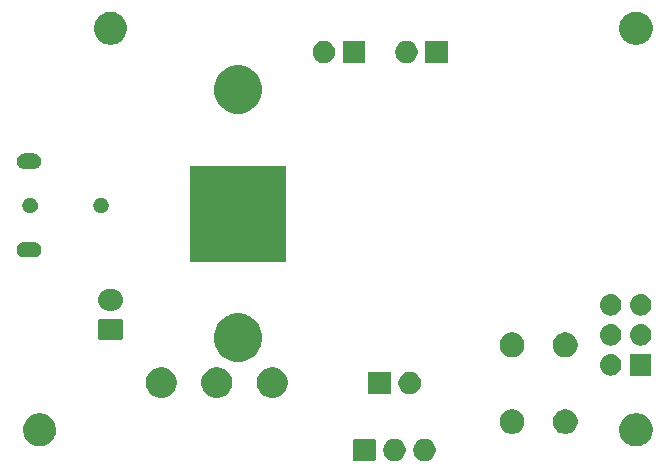
<source format=gbs>
G04 #@! TF.GenerationSoftware,KiCad,Pcbnew,(5.1.0)-1*
G04 #@! TF.CreationDate,2019-10-17T12:19:59+05:30*
G04 #@! TF.ProjectId,senseBe_rev4_main,73656e73-6542-4655-9f72-6576345f6d61,rev?*
G04 #@! TF.SameCoordinates,Original*
G04 #@! TF.FileFunction,Soldermask,Bot*
G04 #@! TF.FilePolarity,Negative*
%FSLAX46Y46*%
G04 Gerber Fmt 4.6, Leading zero omitted, Abs format (unit mm)*
G04 Created by KiCad (PCBNEW (5.1.0)-1) date 2019-10-17 12:19:59*
%MOMM*%
%LPD*%
G04 APERTURE LIST*
%ADD10C,0.100000*%
G04 APERTURE END LIST*
D10*
G36*
X41310723Y-47752939D02*
G01*
X41343280Y-47762815D01*
X41373276Y-47778848D01*
X41399572Y-47800428D01*
X41421152Y-47826724D01*
X41437185Y-47856720D01*
X41447061Y-47889277D01*
X41451000Y-47929269D01*
X41451000Y-49470731D01*
X41447061Y-49510723D01*
X41437185Y-49543280D01*
X41421152Y-49573276D01*
X41399572Y-49599572D01*
X41373276Y-49621152D01*
X41343280Y-49637185D01*
X41310723Y-49647061D01*
X41270731Y-49651000D01*
X39729269Y-49651000D01*
X39689277Y-49647061D01*
X39656720Y-49637185D01*
X39626724Y-49621152D01*
X39600428Y-49599572D01*
X39578848Y-49573276D01*
X39562815Y-49543280D01*
X39552939Y-49510723D01*
X39549000Y-49470731D01*
X39549000Y-47929269D01*
X39552939Y-47889277D01*
X39562815Y-47856720D01*
X39578848Y-47826724D01*
X39600428Y-47800428D01*
X39626724Y-47778848D01*
X39656720Y-47762815D01*
X39689277Y-47752939D01*
X39729269Y-47749000D01*
X41270731Y-47749000D01*
X41310723Y-47752939D01*
X41310723Y-47752939D01*
G37*
G36*
X43317395Y-47785546D02*
G01*
X43490466Y-47857234D01*
X43544121Y-47893085D01*
X43646227Y-47961310D01*
X43778690Y-48093773D01*
X43778691Y-48093775D01*
X43882766Y-48249534D01*
X43954454Y-48422605D01*
X43991000Y-48606333D01*
X43991000Y-48793667D01*
X43954454Y-48977395D01*
X43882766Y-49150466D01*
X43882765Y-49150467D01*
X43778690Y-49306227D01*
X43646227Y-49438690D01*
X43598274Y-49470731D01*
X43490466Y-49542766D01*
X43317395Y-49614454D01*
X43133667Y-49651000D01*
X42946333Y-49651000D01*
X42762605Y-49614454D01*
X42589534Y-49542766D01*
X42481726Y-49470731D01*
X42433773Y-49438690D01*
X42301310Y-49306227D01*
X42197235Y-49150467D01*
X42197234Y-49150466D01*
X42125546Y-48977395D01*
X42089000Y-48793667D01*
X42089000Y-48606333D01*
X42125546Y-48422605D01*
X42197234Y-48249534D01*
X42301309Y-48093775D01*
X42301310Y-48093773D01*
X42433773Y-47961310D01*
X42535879Y-47893085D01*
X42589534Y-47857234D01*
X42762605Y-47785546D01*
X42946333Y-47749000D01*
X43133667Y-47749000D01*
X43317395Y-47785546D01*
X43317395Y-47785546D01*
G37*
G36*
X45857395Y-47785546D02*
G01*
X46030466Y-47857234D01*
X46084121Y-47893085D01*
X46186227Y-47961310D01*
X46318690Y-48093773D01*
X46318691Y-48093775D01*
X46422766Y-48249534D01*
X46494454Y-48422605D01*
X46531000Y-48606333D01*
X46531000Y-48793667D01*
X46494454Y-48977395D01*
X46422766Y-49150466D01*
X46422765Y-49150467D01*
X46318690Y-49306227D01*
X46186227Y-49438690D01*
X46138274Y-49470731D01*
X46030466Y-49542766D01*
X45857395Y-49614454D01*
X45673667Y-49651000D01*
X45486333Y-49651000D01*
X45302605Y-49614454D01*
X45129534Y-49542766D01*
X45021726Y-49470731D01*
X44973773Y-49438690D01*
X44841310Y-49306227D01*
X44737235Y-49150467D01*
X44737234Y-49150466D01*
X44665546Y-48977395D01*
X44629000Y-48793667D01*
X44629000Y-48606333D01*
X44665546Y-48422605D01*
X44737234Y-48249534D01*
X44841309Y-48093775D01*
X44841310Y-48093773D01*
X44973773Y-47961310D01*
X45075879Y-47893085D01*
X45129534Y-47857234D01*
X45302605Y-47785546D01*
X45486333Y-47749000D01*
X45673667Y-47749000D01*
X45857395Y-47785546D01*
X45857395Y-47785546D01*
G37*
G36*
X13293972Y-45630027D02*
G01*
X13408657Y-45652839D01*
X13514267Y-45696585D01*
X13663621Y-45758449D01*
X13663622Y-45758450D01*
X13893086Y-45911772D01*
X14088228Y-46106914D01*
X14190675Y-46260237D01*
X14241551Y-46336379D01*
X14269359Y-46403514D01*
X14347161Y-46591343D01*
X14401000Y-46862014D01*
X14401000Y-47137986D01*
X14358630Y-47351000D01*
X14347161Y-47408656D01*
X14241551Y-47663621D01*
X14241550Y-47663622D01*
X14088228Y-47893086D01*
X13893086Y-48088228D01*
X13739763Y-48190675D01*
X13663621Y-48241551D01*
X13514267Y-48303415D01*
X13408657Y-48347161D01*
X13318433Y-48365107D01*
X13137988Y-48401000D01*
X12862012Y-48401000D01*
X12681567Y-48365107D01*
X12591343Y-48347161D01*
X12485733Y-48303415D01*
X12336379Y-48241551D01*
X12260237Y-48190675D01*
X12106914Y-48088228D01*
X11911772Y-47893086D01*
X11758450Y-47663622D01*
X11758449Y-47663621D01*
X11652839Y-47408656D01*
X11641371Y-47351000D01*
X11599000Y-47137986D01*
X11599000Y-46862014D01*
X11652839Y-46591343D01*
X11730641Y-46403514D01*
X11758449Y-46336379D01*
X11809325Y-46260237D01*
X11911772Y-46106914D01*
X12106914Y-45911772D01*
X12336378Y-45758450D01*
X12336379Y-45758449D01*
X12485733Y-45696585D01*
X12591343Y-45652839D01*
X12706028Y-45630027D01*
X12862012Y-45599000D01*
X13137988Y-45599000D01*
X13293972Y-45630027D01*
X13293972Y-45630027D01*
G37*
G36*
X63793972Y-45630027D02*
G01*
X63908657Y-45652839D01*
X64014267Y-45696585D01*
X64163621Y-45758449D01*
X64163622Y-45758450D01*
X64393086Y-45911772D01*
X64588228Y-46106914D01*
X64690675Y-46260237D01*
X64741551Y-46336379D01*
X64769359Y-46403514D01*
X64847161Y-46591343D01*
X64901000Y-46862014D01*
X64901000Y-47137986D01*
X64858630Y-47351000D01*
X64847161Y-47408656D01*
X64741551Y-47663621D01*
X64741550Y-47663622D01*
X64588228Y-47893086D01*
X64393086Y-48088228D01*
X64239763Y-48190675D01*
X64163621Y-48241551D01*
X64014267Y-48303415D01*
X63908657Y-48347161D01*
X63818433Y-48365107D01*
X63637988Y-48401000D01*
X63362012Y-48401000D01*
X63181567Y-48365107D01*
X63091343Y-48347161D01*
X62985733Y-48303415D01*
X62836379Y-48241551D01*
X62760237Y-48190675D01*
X62606914Y-48088228D01*
X62411772Y-47893086D01*
X62258450Y-47663622D01*
X62258449Y-47663621D01*
X62152839Y-47408656D01*
X62141371Y-47351000D01*
X62099000Y-47137986D01*
X62099000Y-46862014D01*
X62152839Y-46591343D01*
X62230641Y-46403514D01*
X62258449Y-46336379D01*
X62309325Y-46260237D01*
X62411772Y-46106914D01*
X62606914Y-45911772D01*
X62836378Y-45758450D01*
X62836379Y-45758449D01*
X62985733Y-45696585D01*
X63091343Y-45652839D01*
X63206028Y-45630027D01*
X63362012Y-45599000D01*
X63637988Y-45599000D01*
X63793972Y-45630027D01*
X63793972Y-45630027D01*
G37*
G36*
X53306564Y-45289389D02*
G01*
X53497833Y-45368615D01*
X53497835Y-45368616D01*
X53669973Y-45483635D01*
X53816365Y-45630027D01*
X53902175Y-45758450D01*
X53931385Y-45802167D01*
X54010611Y-45993436D01*
X54051000Y-46196484D01*
X54051000Y-46403516D01*
X54010611Y-46606564D01*
X53931385Y-46797833D01*
X53931384Y-46797835D01*
X53816365Y-46969973D01*
X53669973Y-47116365D01*
X53497835Y-47231384D01*
X53497834Y-47231385D01*
X53497833Y-47231385D01*
X53306564Y-47310611D01*
X53103516Y-47351000D01*
X52896484Y-47351000D01*
X52693436Y-47310611D01*
X52502167Y-47231385D01*
X52502166Y-47231385D01*
X52502165Y-47231384D01*
X52330027Y-47116365D01*
X52183635Y-46969973D01*
X52068616Y-46797835D01*
X52068615Y-46797833D01*
X51989389Y-46606564D01*
X51949000Y-46403516D01*
X51949000Y-46196484D01*
X51989389Y-45993436D01*
X52068615Y-45802167D01*
X52097826Y-45758450D01*
X52183635Y-45630027D01*
X52330027Y-45483635D01*
X52502165Y-45368616D01*
X52502167Y-45368615D01*
X52693436Y-45289389D01*
X52896484Y-45249000D01*
X53103516Y-45249000D01*
X53306564Y-45289389D01*
X53306564Y-45289389D01*
G37*
G36*
X57806564Y-45289389D02*
G01*
X57997833Y-45368615D01*
X57997835Y-45368616D01*
X58169973Y-45483635D01*
X58316365Y-45630027D01*
X58402175Y-45758450D01*
X58431385Y-45802167D01*
X58510611Y-45993436D01*
X58551000Y-46196484D01*
X58551000Y-46403516D01*
X58510611Y-46606564D01*
X58431385Y-46797833D01*
X58431384Y-46797835D01*
X58316365Y-46969973D01*
X58169973Y-47116365D01*
X57997835Y-47231384D01*
X57997834Y-47231385D01*
X57997833Y-47231385D01*
X57806564Y-47310611D01*
X57603516Y-47351000D01*
X57396484Y-47351000D01*
X57193436Y-47310611D01*
X57002167Y-47231385D01*
X57002166Y-47231385D01*
X57002165Y-47231384D01*
X56830027Y-47116365D01*
X56683635Y-46969973D01*
X56568616Y-46797835D01*
X56568615Y-46797833D01*
X56489389Y-46606564D01*
X56449000Y-46403516D01*
X56449000Y-46196484D01*
X56489389Y-45993436D01*
X56568615Y-45802167D01*
X56597826Y-45758450D01*
X56683635Y-45630027D01*
X56830027Y-45483635D01*
X57002165Y-45368616D01*
X57002167Y-45368615D01*
X57193436Y-45289389D01*
X57396484Y-45249000D01*
X57603516Y-45249000D01*
X57806564Y-45289389D01*
X57806564Y-45289389D01*
G37*
G36*
X28379487Y-41748996D02*
G01*
X28614804Y-41846468D01*
X28616255Y-41847069D01*
X28829339Y-41989447D01*
X29010553Y-42170661D01*
X29104532Y-42311310D01*
X29152932Y-42383747D01*
X29251004Y-42620513D01*
X29301000Y-42871861D01*
X29301000Y-43128139D01*
X29251004Y-43379487D01*
X29200892Y-43500467D01*
X29152931Y-43616255D01*
X29010553Y-43829339D01*
X28829339Y-44010553D01*
X28616255Y-44152931D01*
X28616254Y-44152932D01*
X28616253Y-44152932D01*
X28379487Y-44251004D01*
X28128139Y-44301000D01*
X27871861Y-44301000D01*
X27620513Y-44251004D01*
X27383747Y-44152932D01*
X27383746Y-44152932D01*
X27383745Y-44152931D01*
X27170661Y-44010553D01*
X26989447Y-43829339D01*
X26847069Y-43616255D01*
X26799108Y-43500467D01*
X26748996Y-43379487D01*
X26699000Y-43128139D01*
X26699000Y-42871861D01*
X26748996Y-42620513D01*
X26847068Y-42383747D01*
X26895469Y-42311310D01*
X26989447Y-42170661D01*
X27170661Y-41989447D01*
X27383745Y-41847069D01*
X27385196Y-41846468D01*
X27620513Y-41748996D01*
X27871861Y-41699000D01*
X28128139Y-41699000D01*
X28379487Y-41748996D01*
X28379487Y-41748996D01*
G37*
G36*
X23679487Y-41748996D02*
G01*
X23914804Y-41846468D01*
X23916255Y-41847069D01*
X24129339Y-41989447D01*
X24310553Y-42170661D01*
X24404532Y-42311310D01*
X24452932Y-42383747D01*
X24551004Y-42620513D01*
X24601000Y-42871861D01*
X24601000Y-43128139D01*
X24551004Y-43379487D01*
X24500892Y-43500467D01*
X24452931Y-43616255D01*
X24310553Y-43829339D01*
X24129339Y-44010553D01*
X23916255Y-44152931D01*
X23916254Y-44152932D01*
X23916253Y-44152932D01*
X23679487Y-44251004D01*
X23428139Y-44301000D01*
X23171861Y-44301000D01*
X22920513Y-44251004D01*
X22683747Y-44152932D01*
X22683746Y-44152932D01*
X22683745Y-44152931D01*
X22470661Y-44010553D01*
X22289447Y-43829339D01*
X22147069Y-43616255D01*
X22099108Y-43500467D01*
X22048996Y-43379487D01*
X21999000Y-43128139D01*
X21999000Y-42871861D01*
X22048996Y-42620513D01*
X22147068Y-42383747D01*
X22195469Y-42311310D01*
X22289447Y-42170661D01*
X22470661Y-41989447D01*
X22683745Y-41847069D01*
X22685196Y-41846468D01*
X22920513Y-41748996D01*
X23171861Y-41699000D01*
X23428139Y-41699000D01*
X23679487Y-41748996D01*
X23679487Y-41748996D01*
G37*
G36*
X33079487Y-41748996D02*
G01*
X33314804Y-41846468D01*
X33316255Y-41847069D01*
X33529339Y-41989447D01*
X33710553Y-42170661D01*
X33804532Y-42311310D01*
X33852932Y-42383747D01*
X33951004Y-42620513D01*
X34001000Y-42871861D01*
X34001000Y-43128139D01*
X33951004Y-43379487D01*
X33900892Y-43500467D01*
X33852931Y-43616255D01*
X33710553Y-43829339D01*
X33529339Y-44010553D01*
X33316255Y-44152931D01*
X33316254Y-44152932D01*
X33316253Y-44152932D01*
X33079487Y-44251004D01*
X32828139Y-44301000D01*
X32571861Y-44301000D01*
X32320513Y-44251004D01*
X32083747Y-44152932D01*
X32083746Y-44152932D01*
X32083745Y-44152931D01*
X31870661Y-44010553D01*
X31689447Y-43829339D01*
X31547069Y-43616255D01*
X31499108Y-43500467D01*
X31448996Y-43379487D01*
X31399000Y-43128139D01*
X31399000Y-42871861D01*
X31448996Y-42620513D01*
X31547068Y-42383747D01*
X31595469Y-42311310D01*
X31689447Y-42170661D01*
X31870661Y-41989447D01*
X32083745Y-41847069D01*
X32085196Y-41846468D01*
X32320513Y-41748996D01*
X32571861Y-41699000D01*
X32828139Y-41699000D01*
X33079487Y-41748996D01*
X33079487Y-41748996D01*
G37*
G36*
X42751000Y-44001000D02*
G01*
X40849000Y-44001000D01*
X40849000Y-42099000D01*
X42751000Y-42099000D01*
X42751000Y-44001000D01*
X42751000Y-44001000D01*
G37*
G36*
X44617395Y-42135546D02*
G01*
X44790466Y-42207234D01*
X44790467Y-42207235D01*
X44946227Y-42311310D01*
X45078690Y-42443773D01*
X45078691Y-42443775D01*
X45182766Y-42599534D01*
X45254454Y-42772605D01*
X45291000Y-42956333D01*
X45291000Y-43143667D01*
X45254454Y-43327395D01*
X45182766Y-43500466D01*
X45182765Y-43500467D01*
X45078690Y-43656227D01*
X44946227Y-43788690D01*
X44885391Y-43829339D01*
X44790466Y-43892766D01*
X44617395Y-43964454D01*
X44433667Y-44001000D01*
X44246333Y-44001000D01*
X44062605Y-43964454D01*
X43889534Y-43892766D01*
X43794609Y-43829339D01*
X43733773Y-43788690D01*
X43601310Y-43656227D01*
X43497235Y-43500467D01*
X43497234Y-43500466D01*
X43425546Y-43327395D01*
X43389000Y-43143667D01*
X43389000Y-42956333D01*
X43425546Y-42772605D01*
X43497234Y-42599534D01*
X43601309Y-42443775D01*
X43601310Y-42443773D01*
X43733773Y-42311310D01*
X43889533Y-42207235D01*
X43889534Y-42207234D01*
X44062605Y-42135546D01*
X44246333Y-42099000D01*
X44433667Y-42099000D01*
X44617395Y-42135546D01*
X44617395Y-42135546D01*
G37*
G36*
X64801000Y-42401000D02*
G01*
X62999000Y-42401000D01*
X62999000Y-40599000D01*
X64801000Y-40599000D01*
X64801000Y-42401000D01*
X64801000Y-42401000D01*
G37*
G36*
X61470443Y-40605519D02*
G01*
X61536627Y-40612037D01*
X61706466Y-40663557D01*
X61862991Y-40747222D01*
X61898729Y-40776552D01*
X62000186Y-40859814D01*
X62083448Y-40961271D01*
X62112778Y-40997009D01*
X62196443Y-41153534D01*
X62247963Y-41323373D01*
X62265359Y-41500000D01*
X62247963Y-41676627D01*
X62196443Y-41846466D01*
X62112778Y-42002991D01*
X62083448Y-42038729D01*
X62000186Y-42140186D01*
X61918485Y-42207235D01*
X61862991Y-42252778D01*
X61706466Y-42336443D01*
X61536627Y-42387963D01*
X61470443Y-42394481D01*
X61404260Y-42401000D01*
X61315740Y-42401000D01*
X61249557Y-42394481D01*
X61183373Y-42387963D01*
X61013534Y-42336443D01*
X60857009Y-42252778D01*
X60801515Y-42207235D01*
X60719814Y-42140186D01*
X60636552Y-42038729D01*
X60607222Y-42002991D01*
X60523557Y-41846466D01*
X60472037Y-41676627D01*
X60454641Y-41500000D01*
X60472037Y-41323373D01*
X60523557Y-41153534D01*
X60607222Y-40997009D01*
X60636552Y-40961271D01*
X60719814Y-40859814D01*
X60821271Y-40776552D01*
X60857009Y-40747222D01*
X61013534Y-40663557D01*
X61183373Y-40612037D01*
X61249557Y-40605519D01*
X61315740Y-40599000D01*
X61404260Y-40599000D01*
X61470443Y-40605519D01*
X61470443Y-40605519D01*
G37*
G36*
X30398254Y-37227818D02*
G01*
X30623215Y-37321000D01*
X30771513Y-37382427D01*
X31107436Y-37606884D01*
X31393116Y-37892564D01*
X31547462Y-38123558D01*
X31617574Y-38228489D01*
X31772182Y-38601746D01*
X31851000Y-38997993D01*
X31851000Y-39402007D01*
X31772182Y-39798254D01*
X31728581Y-39903516D01*
X31617573Y-40171513D01*
X31393116Y-40507436D01*
X31107436Y-40793116D01*
X30771513Y-41017573D01*
X30771512Y-41017574D01*
X30771511Y-41017574D01*
X30398254Y-41172182D01*
X30002007Y-41251000D01*
X29597993Y-41251000D01*
X29201746Y-41172182D01*
X28828489Y-41017574D01*
X28828488Y-41017574D01*
X28828487Y-41017573D01*
X28492564Y-40793116D01*
X28206884Y-40507436D01*
X27982427Y-40171513D01*
X27871419Y-39903516D01*
X27827818Y-39798254D01*
X27749000Y-39402007D01*
X27749000Y-38997993D01*
X27827818Y-38601746D01*
X27982426Y-38228489D01*
X28052539Y-38123558D01*
X28206884Y-37892564D01*
X28492564Y-37606884D01*
X28828487Y-37382427D01*
X28976785Y-37321000D01*
X29201746Y-37227818D01*
X29597993Y-37149000D01*
X30002007Y-37149000D01*
X30398254Y-37227818D01*
X30398254Y-37227818D01*
G37*
G36*
X57806564Y-38789389D02*
G01*
X57997833Y-38868615D01*
X57997835Y-38868616D01*
X58169973Y-38983635D01*
X58316365Y-39130027D01*
X58375212Y-39218097D01*
X58431385Y-39302167D01*
X58510611Y-39493436D01*
X58551000Y-39696484D01*
X58551000Y-39903516D01*
X58510611Y-40106564D01*
X58483709Y-40171511D01*
X58431384Y-40297835D01*
X58316365Y-40469973D01*
X58169973Y-40616365D01*
X57997835Y-40731384D01*
X57997834Y-40731385D01*
X57997833Y-40731385D01*
X57806564Y-40810611D01*
X57603516Y-40851000D01*
X57396484Y-40851000D01*
X57193436Y-40810611D01*
X57002167Y-40731385D01*
X57002166Y-40731385D01*
X57002165Y-40731384D01*
X56830027Y-40616365D01*
X56683635Y-40469973D01*
X56568616Y-40297835D01*
X56516291Y-40171511D01*
X56489389Y-40106564D01*
X56449000Y-39903516D01*
X56449000Y-39696484D01*
X56489389Y-39493436D01*
X56568615Y-39302167D01*
X56624789Y-39218097D01*
X56683635Y-39130027D01*
X56830027Y-38983635D01*
X57002165Y-38868616D01*
X57002167Y-38868615D01*
X57193436Y-38789389D01*
X57396484Y-38749000D01*
X57603516Y-38749000D01*
X57806564Y-38789389D01*
X57806564Y-38789389D01*
G37*
G36*
X53306564Y-38789389D02*
G01*
X53497833Y-38868615D01*
X53497835Y-38868616D01*
X53669973Y-38983635D01*
X53816365Y-39130027D01*
X53875212Y-39218097D01*
X53931385Y-39302167D01*
X54010611Y-39493436D01*
X54051000Y-39696484D01*
X54051000Y-39903516D01*
X54010611Y-40106564D01*
X53983709Y-40171511D01*
X53931384Y-40297835D01*
X53816365Y-40469973D01*
X53669973Y-40616365D01*
X53497835Y-40731384D01*
X53497834Y-40731385D01*
X53497833Y-40731385D01*
X53306564Y-40810611D01*
X53103516Y-40851000D01*
X52896484Y-40851000D01*
X52693436Y-40810611D01*
X52502167Y-40731385D01*
X52502166Y-40731385D01*
X52502165Y-40731384D01*
X52330027Y-40616365D01*
X52183635Y-40469973D01*
X52068616Y-40297835D01*
X52016291Y-40171511D01*
X51989389Y-40106564D01*
X51949000Y-39903516D01*
X51949000Y-39696484D01*
X51989389Y-39493436D01*
X52068615Y-39302167D01*
X52124789Y-39218097D01*
X52183635Y-39130027D01*
X52330027Y-38983635D01*
X52502165Y-38868616D01*
X52502167Y-38868615D01*
X52693436Y-38789389D01*
X52896484Y-38749000D01*
X53103516Y-38749000D01*
X53306564Y-38789389D01*
X53306564Y-38789389D01*
G37*
G36*
X61470442Y-38065518D02*
G01*
X61536627Y-38072037D01*
X61706466Y-38123557D01*
X61862991Y-38207222D01*
X61888902Y-38228487D01*
X62000186Y-38319814D01*
X62083448Y-38421271D01*
X62112778Y-38457009D01*
X62196443Y-38613534D01*
X62247963Y-38783373D01*
X62265359Y-38960000D01*
X62247963Y-39136627D01*
X62196443Y-39306466D01*
X62112778Y-39462991D01*
X62087793Y-39493435D01*
X62000186Y-39600186D01*
X61898729Y-39683448D01*
X61862991Y-39712778D01*
X61706466Y-39796443D01*
X61536627Y-39847963D01*
X61470442Y-39854482D01*
X61404260Y-39861000D01*
X61315740Y-39861000D01*
X61249558Y-39854482D01*
X61183373Y-39847963D01*
X61013534Y-39796443D01*
X60857009Y-39712778D01*
X60821271Y-39683448D01*
X60719814Y-39600186D01*
X60632207Y-39493435D01*
X60607222Y-39462991D01*
X60523557Y-39306466D01*
X60472037Y-39136627D01*
X60454641Y-38960000D01*
X60472037Y-38783373D01*
X60523557Y-38613534D01*
X60607222Y-38457009D01*
X60636552Y-38421271D01*
X60719814Y-38319814D01*
X60831098Y-38228487D01*
X60857009Y-38207222D01*
X61013534Y-38123557D01*
X61183373Y-38072037D01*
X61249558Y-38065518D01*
X61315740Y-38059000D01*
X61404260Y-38059000D01*
X61470442Y-38065518D01*
X61470442Y-38065518D01*
G37*
G36*
X64010442Y-38065518D02*
G01*
X64076627Y-38072037D01*
X64246466Y-38123557D01*
X64402991Y-38207222D01*
X64428902Y-38228487D01*
X64540186Y-38319814D01*
X64623448Y-38421271D01*
X64652778Y-38457009D01*
X64736443Y-38613534D01*
X64787963Y-38783373D01*
X64805359Y-38960000D01*
X64787963Y-39136627D01*
X64736443Y-39306466D01*
X64652778Y-39462991D01*
X64627793Y-39493435D01*
X64540186Y-39600186D01*
X64438729Y-39683448D01*
X64402991Y-39712778D01*
X64246466Y-39796443D01*
X64076627Y-39847963D01*
X64010442Y-39854482D01*
X63944260Y-39861000D01*
X63855740Y-39861000D01*
X63789558Y-39854482D01*
X63723373Y-39847963D01*
X63553534Y-39796443D01*
X63397009Y-39712778D01*
X63361271Y-39683448D01*
X63259814Y-39600186D01*
X63172207Y-39493435D01*
X63147222Y-39462991D01*
X63063557Y-39306466D01*
X63012037Y-39136627D01*
X62994641Y-38960000D01*
X63012037Y-38783373D01*
X63063557Y-38613534D01*
X63147222Y-38457009D01*
X63176552Y-38421271D01*
X63259814Y-38319814D01*
X63371098Y-38228487D01*
X63397009Y-38207222D01*
X63553534Y-38123557D01*
X63723373Y-38072037D01*
X63789558Y-38065518D01*
X63855740Y-38059000D01*
X63944260Y-38059000D01*
X64010442Y-38065518D01*
X64010442Y-38065518D01*
G37*
G36*
X19908600Y-37602989D02*
G01*
X19941652Y-37613015D01*
X19972103Y-37629292D01*
X19998799Y-37651201D01*
X20020708Y-37677897D01*
X20036985Y-37708348D01*
X20047011Y-37741400D01*
X20051000Y-37781903D01*
X20051000Y-39218097D01*
X20047011Y-39258600D01*
X20036985Y-39291652D01*
X20020708Y-39322103D01*
X19998799Y-39348799D01*
X19972103Y-39370708D01*
X19941652Y-39386985D01*
X19908600Y-39397011D01*
X19868097Y-39401000D01*
X18131903Y-39401000D01*
X18091400Y-39397011D01*
X18058348Y-39386985D01*
X18027897Y-39370708D01*
X18001201Y-39348799D01*
X17979292Y-39322103D01*
X17963015Y-39291652D01*
X17952989Y-39258600D01*
X17949000Y-39218097D01*
X17949000Y-37781903D01*
X17952989Y-37741400D01*
X17963015Y-37708348D01*
X17979292Y-37677897D01*
X18001201Y-37651201D01*
X18027897Y-37629292D01*
X18058348Y-37613015D01*
X18091400Y-37602989D01*
X18131903Y-37599000D01*
X19868097Y-37599000D01*
X19908600Y-37602989D01*
X19908600Y-37602989D01*
G37*
G36*
X64010443Y-35525519D02*
G01*
X64076627Y-35532037D01*
X64246466Y-35583557D01*
X64402991Y-35667222D01*
X64438729Y-35696552D01*
X64540186Y-35779814D01*
X64623448Y-35881271D01*
X64652778Y-35917009D01*
X64736443Y-36073534D01*
X64787963Y-36243373D01*
X64805359Y-36420000D01*
X64787963Y-36596627D01*
X64736443Y-36766466D01*
X64652778Y-36922991D01*
X64623448Y-36958729D01*
X64540186Y-37060186D01*
X64438729Y-37143448D01*
X64402991Y-37172778D01*
X64246466Y-37256443D01*
X64076627Y-37307963D01*
X64010442Y-37314482D01*
X63944260Y-37321000D01*
X63855740Y-37321000D01*
X63789558Y-37314482D01*
X63723373Y-37307963D01*
X63553534Y-37256443D01*
X63397009Y-37172778D01*
X63361271Y-37143448D01*
X63259814Y-37060186D01*
X63176552Y-36958729D01*
X63147222Y-36922991D01*
X63063557Y-36766466D01*
X63012037Y-36596627D01*
X62994641Y-36420000D01*
X63012037Y-36243373D01*
X63063557Y-36073534D01*
X63147222Y-35917009D01*
X63176552Y-35881271D01*
X63259814Y-35779814D01*
X63361271Y-35696552D01*
X63397009Y-35667222D01*
X63553534Y-35583557D01*
X63723373Y-35532037D01*
X63789557Y-35525519D01*
X63855740Y-35519000D01*
X63944260Y-35519000D01*
X64010443Y-35525519D01*
X64010443Y-35525519D01*
G37*
G36*
X61470443Y-35525519D02*
G01*
X61536627Y-35532037D01*
X61706466Y-35583557D01*
X61862991Y-35667222D01*
X61898729Y-35696552D01*
X62000186Y-35779814D01*
X62083448Y-35881271D01*
X62112778Y-35917009D01*
X62196443Y-36073534D01*
X62247963Y-36243373D01*
X62265359Y-36420000D01*
X62247963Y-36596627D01*
X62196443Y-36766466D01*
X62112778Y-36922991D01*
X62083448Y-36958729D01*
X62000186Y-37060186D01*
X61898729Y-37143448D01*
X61862991Y-37172778D01*
X61706466Y-37256443D01*
X61536627Y-37307963D01*
X61470442Y-37314482D01*
X61404260Y-37321000D01*
X61315740Y-37321000D01*
X61249558Y-37314482D01*
X61183373Y-37307963D01*
X61013534Y-37256443D01*
X60857009Y-37172778D01*
X60821271Y-37143448D01*
X60719814Y-37060186D01*
X60636552Y-36958729D01*
X60607222Y-36922991D01*
X60523557Y-36766466D01*
X60472037Y-36596627D01*
X60454641Y-36420000D01*
X60472037Y-36243373D01*
X60523557Y-36073534D01*
X60607222Y-35917009D01*
X60636552Y-35881271D01*
X60719814Y-35779814D01*
X60821271Y-35696552D01*
X60857009Y-35667222D01*
X61013534Y-35583557D01*
X61183373Y-35532037D01*
X61249557Y-35525519D01*
X61315740Y-35519000D01*
X61404260Y-35519000D01*
X61470443Y-35525519D01*
X61470443Y-35525519D01*
G37*
G36*
X19260442Y-35105518D02*
G01*
X19326627Y-35112037D01*
X19496466Y-35163557D01*
X19652991Y-35247222D01*
X19688729Y-35276552D01*
X19790186Y-35359814D01*
X19873448Y-35461271D01*
X19902778Y-35497009D01*
X19986443Y-35653534D01*
X20037963Y-35823373D01*
X20055359Y-36000000D01*
X20037963Y-36176627D01*
X19986443Y-36346466D01*
X19902778Y-36502991D01*
X19873448Y-36538729D01*
X19790186Y-36640186D01*
X19688729Y-36723448D01*
X19652991Y-36752778D01*
X19496466Y-36836443D01*
X19326627Y-36887963D01*
X19260443Y-36894481D01*
X19194260Y-36901000D01*
X18805740Y-36901000D01*
X18739557Y-36894481D01*
X18673373Y-36887963D01*
X18503534Y-36836443D01*
X18347009Y-36752778D01*
X18311271Y-36723448D01*
X18209814Y-36640186D01*
X18126552Y-36538729D01*
X18097222Y-36502991D01*
X18013557Y-36346466D01*
X17962037Y-36176627D01*
X17944641Y-36000000D01*
X17962037Y-35823373D01*
X18013557Y-35653534D01*
X18097222Y-35497009D01*
X18126552Y-35461271D01*
X18209814Y-35359814D01*
X18311271Y-35276552D01*
X18347009Y-35247222D01*
X18503534Y-35163557D01*
X18673373Y-35112037D01*
X18739558Y-35105518D01*
X18805740Y-35099000D01*
X19194260Y-35099000D01*
X19260442Y-35105518D01*
X19260442Y-35105518D01*
G37*
G36*
X33851000Y-32751000D02*
G01*
X25749000Y-32751000D01*
X25749000Y-24649000D01*
X33851000Y-24649000D01*
X33851000Y-32751000D01*
X33851000Y-32751000D01*
G37*
G36*
X12627004Y-31111508D02*
G01*
X12749127Y-31148553D01*
X12861676Y-31208712D01*
X12960327Y-31289672D01*
X13041287Y-31388323D01*
X13101446Y-31500872D01*
X13138491Y-31622995D01*
X13151000Y-31749999D01*
X13151000Y-31750001D01*
X13138491Y-31877005D01*
X13101446Y-31999128D01*
X13041287Y-32111677D01*
X12960327Y-32210328D01*
X12861676Y-32291288D01*
X12749127Y-32351447D01*
X12627004Y-32388492D01*
X12500000Y-32401001D01*
X11700000Y-32401001D01*
X11572996Y-32388492D01*
X11450873Y-32351447D01*
X11338324Y-32291288D01*
X11239673Y-32210328D01*
X11158713Y-32111677D01*
X11098554Y-31999128D01*
X11061509Y-31877005D01*
X11049000Y-31750001D01*
X11049000Y-31749999D01*
X11061509Y-31622995D01*
X11098554Y-31500872D01*
X11158713Y-31388323D01*
X11239673Y-31289672D01*
X11338324Y-31208712D01*
X11450873Y-31148553D01*
X11572996Y-31111508D01*
X11700000Y-31098999D01*
X12500000Y-31098999D01*
X12627004Y-31111508D01*
X12627004Y-31111508D01*
G37*
G36*
X18389890Y-27374017D02*
G01*
X18508364Y-27423091D01*
X18614988Y-27494335D01*
X18705665Y-27585012D01*
X18776909Y-27691636D01*
X18825983Y-27810110D01*
X18851000Y-27935882D01*
X18851000Y-28064118D01*
X18825983Y-28189890D01*
X18776909Y-28308364D01*
X18705665Y-28414988D01*
X18614988Y-28505665D01*
X18508364Y-28576909D01*
X18508363Y-28576910D01*
X18508362Y-28576910D01*
X18389890Y-28625983D01*
X18264119Y-28651000D01*
X18135881Y-28651000D01*
X18010110Y-28625983D01*
X17891638Y-28576910D01*
X17891637Y-28576910D01*
X17891636Y-28576909D01*
X17785012Y-28505665D01*
X17694335Y-28414988D01*
X17623091Y-28308364D01*
X17574017Y-28189890D01*
X17549000Y-28064118D01*
X17549000Y-27935882D01*
X17574017Y-27810110D01*
X17623091Y-27691636D01*
X17694335Y-27585012D01*
X17785012Y-27494335D01*
X17891636Y-27423091D01*
X18010110Y-27374017D01*
X18135881Y-27349000D01*
X18264119Y-27349000D01*
X18389890Y-27374017D01*
X18389890Y-27374017D01*
G37*
G36*
X12389890Y-27374017D02*
G01*
X12508364Y-27423091D01*
X12614988Y-27494335D01*
X12705665Y-27585012D01*
X12776909Y-27691636D01*
X12825983Y-27810110D01*
X12851000Y-27935882D01*
X12851000Y-28064118D01*
X12825983Y-28189890D01*
X12776909Y-28308364D01*
X12705665Y-28414988D01*
X12614988Y-28505665D01*
X12508364Y-28576909D01*
X12508363Y-28576910D01*
X12508362Y-28576910D01*
X12389890Y-28625983D01*
X12264119Y-28651000D01*
X12135881Y-28651000D01*
X12010110Y-28625983D01*
X11891638Y-28576910D01*
X11891637Y-28576910D01*
X11891636Y-28576909D01*
X11785012Y-28505665D01*
X11694335Y-28414988D01*
X11623091Y-28308364D01*
X11574017Y-28189890D01*
X11549000Y-28064118D01*
X11549000Y-27935882D01*
X11574017Y-27810110D01*
X11623091Y-27691636D01*
X11694335Y-27585012D01*
X11785012Y-27494335D01*
X11891636Y-27423091D01*
X12010110Y-27374017D01*
X12135881Y-27349000D01*
X12264119Y-27349000D01*
X12389890Y-27374017D01*
X12389890Y-27374017D01*
G37*
G36*
X12627004Y-23611508D02*
G01*
X12749127Y-23648553D01*
X12861676Y-23708712D01*
X12960327Y-23789672D01*
X13041287Y-23888323D01*
X13101446Y-24000872D01*
X13138491Y-24122995D01*
X13151000Y-24249999D01*
X13151000Y-24250001D01*
X13138491Y-24377005D01*
X13101446Y-24499128D01*
X13041287Y-24611677D01*
X12960327Y-24710328D01*
X12861676Y-24791288D01*
X12749127Y-24851447D01*
X12627004Y-24888492D01*
X12500000Y-24901001D01*
X11700000Y-24901001D01*
X11572996Y-24888492D01*
X11450873Y-24851447D01*
X11338324Y-24791288D01*
X11239673Y-24710328D01*
X11158713Y-24611677D01*
X11098554Y-24499128D01*
X11061509Y-24377005D01*
X11049000Y-24250001D01*
X11049000Y-24249999D01*
X11061509Y-24122995D01*
X11098554Y-24000872D01*
X11158713Y-23888323D01*
X11239673Y-23789672D01*
X11338324Y-23708712D01*
X11450873Y-23648553D01*
X11572996Y-23611508D01*
X11700000Y-23598999D01*
X12500000Y-23598999D01*
X12627004Y-23611508D01*
X12627004Y-23611508D01*
G37*
G36*
X30398254Y-16227818D02*
G01*
X30771511Y-16382426D01*
X30771513Y-16382427D01*
X31107436Y-16606884D01*
X31393116Y-16892564D01*
X31617574Y-17228489D01*
X31772182Y-17601746D01*
X31851000Y-17997993D01*
X31851000Y-18402007D01*
X31772182Y-18798254D01*
X31617574Y-19171511D01*
X31617573Y-19171513D01*
X31393116Y-19507436D01*
X31107436Y-19793116D01*
X30771513Y-20017573D01*
X30771512Y-20017574D01*
X30771511Y-20017574D01*
X30398254Y-20172182D01*
X30002007Y-20251000D01*
X29597993Y-20251000D01*
X29201746Y-20172182D01*
X28828489Y-20017574D01*
X28828488Y-20017574D01*
X28828487Y-20017573D01*
X28492564Y-19793116D01*
X28206884Y-19507436D01*
X27982427Y-19171513D01*
X27982426Y-19171511D01*
X27827818Y-18798254D01*
X27749000Y-18402007D01*
X27749000Y-17997993D01*
X27827818Y-17601746D01*
X27982426Y-17228489D01*
X28206884Y-16892564D01*
X28492564Y-16606884D01*
X28828487Y-16382427D01*
X28828489Y-16382426D01*
X29201746Y-16227818D01*
X29597993Y-16149000D01*
X30002007Y-16149000D01*
X30398254Y-16227818D01*
X30398254Y-16227818D01*
G37*
G36*
X37337395Y-14085546D02*
G01*
X37510466Y-14157234D01*
X37510467Y-14157235D01*
X37666227Y-14261310D01*
X37798690Y-14393773D01*
X37798691Y-14393775D01*
X37902766Y-14549534D01*
X37974454Y-14722605D01*
X38011000Y-14906333D01*
X38011000Y-15093667D01*
X37974454Y-15277395D01*
X37902766Y-15450466D01*
X37902765Y-15450467D01*
X37798690Y-15606227D01*
X37666227Y-15738690D01*
X37587818Y-15791081D01*
X37510466Y-15842766D01*
X37337395Y-15914454D01*
X37153667Y-15951000D01*
X36966333Y-15951000D01*
X36782605Y-15914454D01*
X36609534Y-15842766D01*
X36532182Y-15791081D01*
X36453773Y-15738690D01*
X36321310Y-15606227D01*
X36217235Y-15450467D01*
X36217234Y-15450466D01*
X36145546Y-15277395D01*
X36109000Y-15093667D01*
X36109000Y-14906333D01*
X36145546Y-14722605D01*
X36217234Y-14549534D01*
X36321309Y-14393775D01*
X36321310Y-14393773D01*
X36453773Y-14261310D01*
X36609533Y-14157235D01*
X36609534Y-14157234D01*
X36782605Y-14085546D01*
X36966333Y-14049000D01*
X37153667Y-14049000D01*
X37337395Y-14085546D01*
X37337395Y-14085546D01*
G37*
G36*
X47551000Y-15951000D02*
G01*
X45649000Y-15951000D01*
X45649000Y-14049000D01*
X47551000Y-14049000D01*
X47551000Y-15951000D01*
X47551000Y-15951000D01*
G37*
G36*
X44337395Y-14085546D02*
G01*
X44510466Y-14157234D01*
X44510467Y-14157235D01*
X44666227Y-14261310D01*
X44798690Y-14393773D01*
X44798691Y-14393775D01*
X44902766Y-14549534D01*
X44974454Y-14722605D01*
X45011000Y-14906333D01*
X45011000Y-15093667D01*
X44974454Y-15277395D01*
X44902766Y-15450466D01*
X44902765Y-15450467D01*
X44798690Y-15606227D01*
X44666227Y-15738690D01*
X44587818Y-15791081D01*
X44510466Y-15842766D01*
X44337395Y-15914454D01*
X44153667Y-15951000D01*
X43966333Y-15951000D01*
X43782605Y-15914454D01*
X43609534Y-15842766D01*
X43532182Y-15791081D01*
X43453773Y-15738690D01*
X43321310Y-15606227D01*
X43217235Y-15450467D01*
X43217234Y-15450466D01*
X43145546Y-15277395D01*
X43109000Y-15093667D01*
X43109000Y-14906333D01*
X43145546Y-14722605D01*
X43217234Y-14549534D01*
X43321309Y-14393775D01*
X43321310Y-14393773D01*
X43453773Y-14261310D01*
X43609533Y-14157235D01*
X43609534Y-14157234D01*
X43782605Y-14085546D01*
X43966333Y-14049000D01*
X44153667Y-14049000D01*
X44337395Y-14085546D01*
X44337395Y-14085546D01*
G37*
G36*
X40551000Y-15951000D02*
G01*
X38649000Y-15951000D01*
X38649000Y-14049000D01*
X40551000Y-14049000D01*
X40551000Y-15951000D01*
X40551000Y-15951000D01*
G37*
G36*
X63818433Y-11634893D02*
G01*
X63908657Y-11652839D01*
X64014267Y-11696585D01*
X64163621Y-11758449D01*
X64163622Y-11758450D01*
X64393086Y-11911772D01*
X64588228Y-12106914D01*
X64690675Y-12260237D01*
X64741551Y-12336379D01*
X64847161Y-12591344D01*
X64901000Y-12862012D01*
X64901000Y-13137988D01*
X64847161Y-13408656D01*
X64741551Y-13663621D01*
X64741550Y-13663622D01*
X64588228Y-13893086D01*
X64393086Y-14088228D01*
X64289809Y-14157235D01*
X64163621Y-14241551D01*
X64014267Y-14303415D01*
X63908657Y-14347161D01*
X63818433Y-14365107D01*
X63637988Y-14401000D01*
X63362012Y-14401000D01*
X63181567Y-14365107D01*
X63091343Y-14347161D01*
X62985733Y-14303415D01*
X62836379Y-14241551D01*
X62710191Y-14157235D01*
X62606914Y-14088228D01*
X62411772Y-13893086D01*
X62258450Y-13663622D01*
X62258449Y-13663621D01*
X62152839Y-13408656D01*
X62099000Y-13137988D01*
X62099000Y-12862012D01*
X62152839Y-12591344D01*
X62258449Y-12336379D01*
X62309325Y-12260237D01*
X62411772Y-12106914D01*
X62606914Y-11911772D01*
X62836378Y-11758450D01*
X62836379Y-11758449D01*
X62985733Y-11696585D01*
X63091343Y-11652839D01*
X63181567Y-11634893D01*
X63362012Y-11599000D01*
X63637988Y-11599000D01*
X63818433Y-11634893D01*
X63818433Y-11634893D01*
G37*
G36*
X19318433Y-11634893D02*
G01*
X19408657Y-11652839D01*
X19514267Y-11696585D01*
X19663621Y-11758449D01*
X19663622Y-11758450D01*
X19893086Y-11911772D01*
X20088228Y-12106914D01*
X20190675Y-12260237D01*
X20241551Y-12336379D01*
X20347161Y-12591344D01*
X20401000Y-12862012D01*
X20401000Y-13137988D01*
X20347161Y-13408656D01*
X20241551Y-13663621D01*
X20241550Y-13663622D01*
X20088228Y-13893086D01*
X19893086Y-14088228D01*
X19789809Y-14157235D01*
X19663621Y-14241551D01*
X19514267Y-14303415D01*
X19408657Y-14347161D01*
X19318433Y-14365107D01*
X19137988Y-14401000D01*
X18862012Y-14401000D01*
X18681567Y-14365107D01*
X18591343Y-14347161D01*
X18485733Y-14303415D01*
X18336379Y-14241551D01*
X18210191Y-14157235D01*
X18106914Y-14088228D01*
X17911772Y-13893086D01*
X17758450Y-13663622D01*
X17758449Y-13663621D01*
X17652839Y-13408656D01*
X17599000Y-13137988D01*
X17599000Y-12862012D01*
X17652839Y-12591344D01*
X17758449Y-12336379D01*
X17809325Y-12260237D01*
X17911772Y-12106914D01*
X18106914Y-11911772D01*
X18336378Y-11758450D01*
X18336379Y-11758449D01*
X18485733Y-11696585D01*
X18591343Y-11652839D01*
X18681567Y-11634893D01*
X18862012Y-11599000D01*
X19137988Y-11599000D01*
X19318433Y-11634893D01*
X19318433Y-11634893D01*
G37*
M02*

</source>
